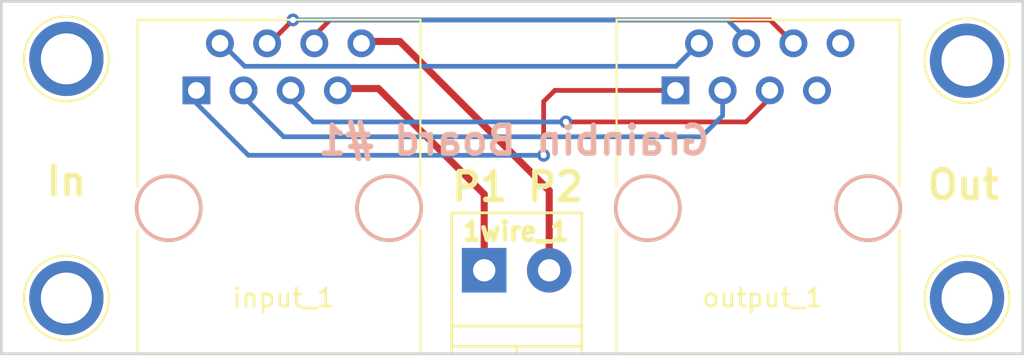
<source format=kicad_pcb>
(kicad_pcb (version 4) (host pcbnew 4.0.7)

  (general
    (links 8)
    (no_connects 0)
    (area 100.924999 75.924999 156.075001 95.075001)
    (thickness 1.6002)
    (drawings 8)
    (tracks 39)
    (zones 0)
    (modules 7)
    (nets 11)
  )

  (page A4)
  (layers
    (0 Top signal)
    (31 Bottom signal)
    (34 B.Paste user)
    (35 F.Paste user)
    (36 B.SilkS user)
    (37 F.SilkS user)
    (38 B.Mask user)
    (39 F.Mask user)
    (44 Edge.Cuts user)
  )

  (setup
    (last_trace_width 0.1524)
    (user_trace_width 0.1524)
    (user_trace_width 0.254)
    (user_trace_width 0.381)
    (user_trace_width 0.508)
    (user_trace_width 0.8128)
    (trace_clearance 0.1524)
    (zone_clearance 0.508)
    (zone_45_only no)
    (trace_min 0.1524)
    (segment_width 0.2)
    (edge_width 0.15)
    (via_size 0.6858)
    (via_drill 0.3302)
    (via_min_size 0.6858)
    (via_min_drill 0.3302)
    (user_via 0.6858 0.3302)
    (user_via 0.6858 0.4)
    (user_via 1.905 0.3302)
    (uvia_size 0.762)
    (uvia_drill 0.508)
    (uvias_allowed no)
    (uvia_min_size 0)
    (uvia_min_drill 0)
    (pcb_text_width 0.3)
    (pcb_text_size 1.5 1.5)
    (mod_edge_width 0.15)
    (mod_text_size 1 1)
    (mod_text_width 0.15)
    (pad_size 4 4)
    (pad_drill 2.75)
    (pad_to_mask_clearance 0.2)
    (aux_axis_origin 0 0)
    (visible_elements 7FFFFFFF)
    (pcbplotparams
      (layerselection 0x00030_80000001)
      (usegerberextensions false)
      (excludeedgelayer true)
      (linewidth 0.100000)
      (plotframeref false)
      (viasonmask false)
      (mode 1)
      (useauxorigin false)
      (hpglpennumber 1)
      (hpglpenspeed 20)
      (hpglpendiameter 15)
      (hpglpenoverlay 2)
      (psnegative false)
      (psa4output false)
      (plotreference true)
      (plotvalue true)
      (plotinvisibletext false)
      (padsonsilk false)
      (subtractmaskfromsilk false)
      (outputformat 1)
      (mirror false)
      (drillshape 1)
      (scaleselection 1)
      (outputdirectory ""))
  )

  (net 0 "")
  (net 1 /pin_8)
  (net 2 /pin_7)
  (net 3 /pin_1)
  (net 4 /pin_2)
  (net 5 /pin_3)
  (net 6 /pin_4)
  (net 7 /pin_5)
  (net 8 /pin_6)
  (net 9 "Net-(output_1-Pad7)")
  (net 10 "Net-(output_1-Pad8)")

  (net_class Default "This is the default net class."
    (clearance 0.1524)
    (trace_width 0.1524)
    (via_dia 0.6858)
    (via_drill 0.3302)
    (uvia_dia 0.762)
    (uvia_drill 0.508)
    (add_net /pin_1)
    (add_net /pin_2)
    (add_net /pin_3)
    (add_net /pin_4)
    (add_net /pin_5)
    (add_net /pin_6)
    (add_net /pin_7)
    (add_net /pin_8)
    (add_net "Net-(output_1-Pad7)")
    (add_net "Net-(output_1-Pad8)")
  )

  (module Connectors:1pin (layer Top) (tedit 5A1BAC92) (tstamp 59F96DC6)
    (at 104.5 79.1)
    (descr "module 1 pin (ou trou mecanique de percage)")
    (tags DEV)
    (fp_text reference REF** (at 0 -3.048) (layer F.SilkS) hide
      (effects (font (size 1 1) (thickness 0.15)))
    )
    (fp_text value 1pin (at 0 3) (layer F.Fab)
      (effects (font (size 1 1) (thickness 0.15)))
    )
    (fp_circle (center 0 0) (end 2 0.8) (layer F.Fab) (width 0.1))
    (fp_circle (center 0 0) (end 2.6 0) (layer F.CrtYd) (width 0.05))
    (fp_circle (center 0 0) (end 0 -2.286) (layer F.SilkS) (width 0.12))
    (pad "" np_thru_hole circle (at 0 0) (size 4 4) (drill 2.75) (layers *.Cu *.Mask))
  )

  (module Connectors:1pin (layer Top) (tedit 5A1BAC9A) (tstamp 59F96DAE)
    (at 104.5 92)
    (descr "module 1 pin (ou trou mecanique de percage)")
    (tags DEV)
    (fp_text reference REF** (at 0 -3.048) (layer F.SilkS) hide
      (effects (font (size 1 1) (thickness 0.15)))
    )
    (fp_text value 1pin (at 0 3) (layer F.Fab)
      (effects (font (size 1 1) (thickness 0.15)))
    )
    (fp_circle (center 0 0) (end 2 0.8) (layer F.Fab) (width 0.1))
    (fp_circle (center 0 0) (end 2.6 0) (layer F.CrtYd) (width 0.05))
    (fp_circle (center 0 0) (end 0 -2.286) (layer F.SilkS) (width 0.12))
    (pad "" np_thru_hole circle (at 0 0) (size 4 4) (drill 2.75) (layers *.Cu *.Mask))
  )

  (module Connectors:1pin (layer Top) (tedit 5A1BACAC) (tstamp 59F96C63)
    (at 153 92)
    (descr "module 1 pin (ou trou mecanique de percage)")
    (tags DEV)
    (fp_text reference REF** (at 0 -3.048) (layer F.SilkS) hide
      (effects (font (size 1 1) (thickness 0.15)))
    )
    (fp_text value 1pin (at 0 3) (layer F.Fab)
      (effects (font (size 1 1) (thickness 0.15)))
    )
    (fp_circle (center 0 0) (end 2 0.8) (layer F.Fab) (width 0.1))
    (fp_circle (center 0 0) (end 2.6 0) (layer F.CrtYd) (width 0.05))
    (fp_circle (center 0 0) (end 0 -2.286) (layer F.SilkS) (width 0.12))
    (pad "" np_thru_hole circle (at 0 0) (size 4 4) (drill 2.75) (layers *.Cu *.Mask))
  )

  (module Connectors:RJ45_8 (layer Top) (tedit 0) (tstamp 59F93422)
    (at 111.5 80.8)
    (tags RJ45)
    (path /59F7D4DB)
    (fp_text reference input_1 (at 4.7 11.18) (layer F.SilkS)
      (effects (font (size 1 1) (thickness 0.15)))
    )
    (fp_text value RJ45 (at 4.59 6.25) (layer F.Fab)
      (effects (font (size 1 1) (thickness 0.15)))
    )
    (fp_line (start -3.17 14.22) (end 12.07 14.22) (layer F.SilkS) (width 0.12))
    (fp_line (start 12.07 -3.81) (end 12.06 5.18) (layer F.SilkS) (width 0.12))
    (fp_line (start 12.07 -3.81) (end -3.17 -3.81) (layer F.SilkS) (width 0.12))
    (fp_line (start -3.17 -3.81) (end -3.17 5.19) (layer F.SilkS) (width 0.12))
    (fp_line (start 12.06 7.52) (end 12.07 14.22) (layer F.SilkS) (width 0.12))
    (fp_line (start -3.17 7.51) (end -3.17 14.22) (layer F.SilkS) (width 0.12))
    (fp_line (start -3.56 -4.06) (end 12.46 -4.06) (layer F.CrtYd) (width 0.05))
    (fp_line (start -3.56 -4.06) (end -3.56 14.47) (layer F.CrtYd) (width 0.05))
    (fp_line (start 12.46 14.47) (end 12.46 -4.06) (layer F.CrtYd) (width 0.05))
    (fp_line (start 12.46 14.47) (end -3.56 14.47) (layer F.CrtYd) (width 0.05))
    (pad Hole np_thru_hole circle (at 10.38 6.35) (size 3.65 3.65) (drill 3.25) (layers *.Cu *.SilkS *.Mask))
    (pad Hole np_thru_hole circle (at -1.49 6.35) (size 3.65 3.65) (drill 3.25) (layers *.Cu *.SilkS *.Mask))
    (pad 1 thru_hole rect (at 0 0) (size 1.5 1.5) (drill 0.9) (layers *.Cu *.Mask)
      (net 3 /pin_1))
    (pad 2 thru_hole circle (at 1.27 -2.54) (size 1.5 1.5) (drill 0.9) (layers *.Cu *.Mask)
      (net 4 /pin_2))
    (pad 3 thru_hole circle (at 2.54 0) (size 1.5 1.5) (drill 0.9) (layers *.Cu *.Mask)
      (net 5 /pin_3))
    (pad 4 thru_hole circle (at 3.81 -2.54) (size 1.5 1.5) (drill 0.9) (layers *.Cu *.Mask)
      (net 6 /pin_4))
    (pad 5 thru_hole circle (at 5.08 0) (size 1.5 1.5) (drill 0.9) (layers *.Cu *.Mask)
      (net 7 /pin_5))
    (pad 6 thru_hole circle (at 6.35 -2.54) (size 1.5 1.5) (drill 0.9) (layers *.Cu *.Mask)
      (net 8 /pin_6))
    (pad 7 thru_hole circle (at 7.62 0) (size 1.5 1.5) (drill 0.9) (layers *.Cu *.Mask)
      (net 2 /pin_7))
    (pad 8 thru_hole circle (at 8.89 -2.54) (size 1.5 1.5) (drill 0.9) (layers *.Cu *.Mask)
      (net 1 /pin_8))
    (model ${KISYS3DMOD}/Connectors.3dshapes/RJ45_8.wrl
      (at (xyz 0.18 -0.25 0))
      (scale (xyz 0.4 0.4 0.4))
      (rotate (xyz 0 0 0))
    )
  )

  (module Connectors:RJ45_8 (layer Top) (tedit 0) (tstamp 59F9344F)
    (at 137.3 80.8)
    (tags RJ45)
    (path /59F7D67C)
    (fp_text reference output_1 (at 4.7 11.18) (layer F.SilkS)
      (effects (font (size 1 1) (thickness 0.15)))
    )
    (fp_text value RJ45 (at 4.59 6.25) (layer F.Fab)
      (effects (font (size 1 1) (thickness 0.15)))
    )
    (fp_line (start -3.17 14.22) (end 12.07 14.22) (layer F.SilkS) (width 0.12))
    (fp_line (start 12.07 -3.81) (end 12.06 5.18) (layer F.SilkS) (width 0.12))
    (fp_line (start 12.07 -3.81) (end -3.17 -3.81) (layer F.SilkS) (width 0.12))
    (fp_line (start -3.17 -3.81) (end -3.17 5.19) (layer F.SilkS) (width 0.12))
    (fp_line (start 12.06 7.52) (end 12.07 14.22) (layer F.SilkS) (width 0.12))
    (fp_line (start -3.17 7.51) (end -3.17 14.22) (layer F.SilkS) (width 0.12))
    (fp_line (start -3.56 -4.06) (end 12.46 -4.06) (layer F.CrtYd) (width 0.05))
    (fp_line (start -3.56 -4.06) (end -3.56 14.47) (layer F.CrtYd) (width 0.05))
    (fp_line (start 12.46 14.47) (end 12.46 -4.06) (layer F.CrtYd) (width 0.05))
    (fp_line (start 12.46 14.47) (end -3.56 14.47) (layer F.CrtYd) (width 0.05))
    (pad Hole np_thru_hole circle (at 10.38 6.35) (size 3.65 3.65) (drill 3.25) (layers *.Cu *.SilkS *.Mask))
    (pad Hole np_thru_hole circle (at -1.49 6.35) (size 3.65 3.65) (drill 3.25) (layers *.Cu *.SilkS *.Mask))
    (pad 1 thru_hole rect (at 0 0) (size 1.5 1.5) (drill 0.9) (layers *.Cu *.Mask)
      (net 3 /pin_1))
    (pad 2 thru_hole circle (at 1.27 -2.54) (size 1.5 1.5) (drill 0.9) (layers *.Cu *.Mask)
      (net 4 /pin_2))
    (pad 3 thru_hole circle (at 2.54 0) (size 1.5 1.5) (drill 0.9) (layers *.Cu *.Mask)
      (net 5 /pin_3))
    (pad 4 thru_hole circle (at 3.81 -2.54) (size 1.5 1.5) (drill 0.9) (layers *.Cu *.Mask)
      (net 6 /pin_4))
    (pad 5 thru_hole circle (at 5.08 0) (size 1.5 1.5) (drill 0.9) (layers *.Cu *.Mask)
      (net 7 /pin_5))
    (pad 6 thru_hole circle (at 6.35 -2.54) (size 1.5 1.5) (drill 0.9) (layers *.Cu *.Mask)
      (net 8 /pin_6))
    (pad 7 thru_hole circle (at 7.62 0) (size 1.5 1.5) (drill 0.9) (layers *.Cu *.Mask)
      (net 9 "Net-(output_1-Pad7)"))
    (pad 8 thru_hole circle (at 8.89 -2.54) (size 1.5 1.5) (drill 0.9) (layers *.Cu *.Mask)
      (net 10 "Net-(output_1-Pad8)"))
    (model ${KISYS3DMOD}/Connectors.3dshapes/RJ45_8.wrl
      (at (xyz 0.18 -0.25 0))
      (scale (xyz 0.4 0.4 0.4))
      (rotate (xyz 0 0 0))
    )
  )

  (module Connectors:1pin (layer Top) (tedit 5A1BACA5) (tstamp 59F96ABF)
    (at 153 79.2)
    (descr "module 1 pin (ou trou mecanique de percage)")
    (tags DEV)
    (fp_text reference REF** (at 0 -3.048) (layer F.SilkS) hide
      (effects (font (size 1 1) (thickness 0.15)))
    )
    (fp_text value 1pin (at 0 3) (layer F.Fab)
      (effects (font (size 1 1) (thickness 0.15)))
    )
    (fp_circle (center 0 0) (end 2 0.8) (layer F.Fab) (width 0.1))
    (fp_circle (center 0 0) (end 2.6 0) (layer F.CrtYd) (width 0.05))
    (fp_circle (center 0 0) (end 0 -2.286) (layer F.SilkS) (width 0.12))
    (pad "" np_thru_hole circle (at 0 0) (size 4 4) (drill 2.75) (layers *.Cu *.Mask))
  )

  (module TerminalBlocks_Phoenix:TerminalBlock_Phoenix_PT-3.5mm_2pol (layer Top) (tedit 5A1BACCD) (tstamp 5A190D89)
    (at 127 90.5)
    (descr "2-way 3.5mm pitch terminal block, Phoenix PT series")
    (path /59F920CA)
    (fp_text reference 1wire_1 (at 1.7 -2.1) (layer F.SilkS)
      (effects (font (size 1 1) (thickness 0.25)))
    )
    (fp_text value Screw_Terminal_01x02 (at 1.75 6) (layer F.Fab)
      (effects (font (size 1 1) (thickness 0.15)))
    )
    (fp_text user %R (at 1.75 0) (layer F.Fab)
      (effects (font (size 1 1) (thickness 0.15)))
    )
    (fp_line (start -1.9 -3.3) (end 5.4 -3.3) (layer F.CrtYd) (width 0.05))
    (fp_line (start -1.9 4.7) (end -1.9 -3.3) (layer F.CrtYd) (width 0.05))
    (fp_line (start 5.4 4.7) (end -1.9 4.7) (layer F.CrtYd) (width 0.05))
    (fp_line (start 5.4 -3.3) (end 5.4 4.7) (layer F.CrtYd) (width 0.05))
    (fp_line (start 1.75 4.1) (end 1.75 4.5) (layer F.SilkS) (width 0.15))
    (fp_line (start -1.75 3) (end 5.25 3) (layer F.SilkS) (width 0.15))
    (fp_line (start -1.75 4.1) (end 5.25 4.1) (layer F.SilkS) (width 0.15))
    (fp_line (start -1.75 -3.1) (end -1.75 4.5) (layer F.SilkS) (width 0.15))
    (fp_line (start 5.25 4.5) (end 5.25 -3.1) (layer F.SilkS) (width 0.15))
    (fp_line (start 5.25 -3.1) (end -1.75 -3.1) (layer F.SilkS) (width 0.15))
    (pad 2 thru_hole circle (at 3.5 0) (size 2.4 2.4) (drill 1.2) (layers *.Cu *.Mask)
      (net 1 /pin_8))
    (pad 1 thru_hole rect (at 0 0) (size 2.4 2.4) (drill 1.2) (layers *.Cu *.Mask)
      (net 2 /pin_7))
    (model ${KISYS3DMOD}/TerminalBlock_Phoenix.3dshapes/TerminalBlock_Phoenix_PT-3.5mm_2pol.wrl
      (at (xyz 0 0 0))
      (scale (xyz 1 1 1))
      (rotate (xyz 0 0 0))
    )
  )

  (gr_text "P1 P2" (at 128.8 86) (layer F.SilkS)
    (effects (font (size 1.5 1.5) (thickness 0.3)))
  )
  (gr_text "Grainbin Board #1" (at 128.6 83.5) (layer B.SilkS)
    (effects (font (size 1.5 1.5) (thickness 0.3)) (justify mirror))
  )
  (gr_text "Out\n" (at 152.8 85.9) (layer F.SilkS)
    (effects (font (size 1.5 1.5) (thickness 0.3)))
  )
  (gr_text In (at 104.5 85.7) (layer F.SilkS)
    (effects (font (size 1.5 1.5) (thickness 0.3)))
  )
  (gr_line (start 101 76) (end 101 95) (angle 90) (layer Edge.Cuts) (width 0.15))
  (gr_line (start 101 76) (end 156 76) (angle 90) (layer Edge.Cuts) (width 0.15))
  (gr_line (start 156 76) (end 156 95) (angle 90) (layer Edge.Cuts) (width 0.15) (tstamp 59F93B0F))
  (gr_line (start 156 95) (end 101 95) (angle 90) (layer Edge.Cuts) (width 0.15))

  (segment (start 120.39 78.16) (end 122.46 78.16) (width 0.381) (layer Top) (net 1))
  (segment (start 130.5 86.2) (end 130.5 90.5) (width 0.381) (layer Top) (net 1) (tstamp 5A191AA9))
  (segment (start 122.46 78.16) (end 130.5 86.2) (width 0.381) (layer Top) (net 1) (tstamp 5A191AA1))
  (segment (start 119.12 80.7) (end 121.3 80.7) (width 0.381) (layer Top) (net 2))
  (segment (start 127 86.4) (end 127 90.5) (width 0.381) (layer Top) (net 2) (tstamp 5A191ABB))
  (segment (start 121.3 80.7) (end 127 86.4) (width 0.381) (layer Top) (net 2) (tstamp 5A191AB1))
  (segment (start 111.5 80.8) (end 111.5 81.5) (width 0.254) (layer Bottom) (net 3))
  (segment (start 111.5 81.5) (end 114.3 84.3) (width 0.254) (layer Bottom) (net 3) (tstamp 5A191FCD))
  (segment (start 114.3 84.3) (end 130.2 84.3) (width 0.254) (layer Bottom) (net 3) (tstamp 5A191FD2))
  (via (at 130.2 84.3) (size 0.6858) (drill 0.3302) (layers Top Bottom) (net 3))
  (segment (start 130.2 84.3) (end 130.2 81.4) (width 0.254) (layer Top) (net 3) (tstamp 5A191FF0))
  (segment (start 130.2 81.4) (end 130.8 80.8) (width 0.254) (layer Top) (net 3) (tstamp 5A191FF1))
  (segment (start 130.8 80.8) (end 137.3 80.8) (width 0.254) (layer Top) (net 3) (tstamp 5A191FF7))
  (segment (start 112.77 78.26) (end 112.86 78.26) (width 0.254) (layer Bottom) (net 4))
  (segment (start 112.86 78.26) (end 114.1 79.5) (width 0.254) (layer Bottom) (net 4) (tstamp 5A191F33))
  (segment (start 114.1 79.5) (end 137.33 79.5) (width 0.254) (layer Bottom) (net 4) (tstamp 5A191F43))
  (segment (start 137.33 79.5) (end 138.57 78.26) (width 0.254) (layer Bottom) (net 4) (tstamp 5A191F59))
  (segment (start 114.04 80.8) (end 114.04 81.14) (width 0.254) (layer Bottom) (net 5))
  (segment (start 114.04 81.14) (end 116.2 83.3) (width 0.254) (layer Bottom) (net 5) (tstamp 5A191FAF))
  (segment (start 116.2 83.3) (end 138.7 83.3) (width 0.254) (layer Bottom) (net 5) (tstamp 5A191FB5))
  (segment (start 138.7 83.3) (end 139.84 82.16) (width 0.254) (layer Bottom) (net 5) (tstamp 5A191FBF))
  (segment (start 139.84 82.16) (end 139.84 80.8) (width 0.254) (layer Bottom) (net 5) (tstamp 5A191FC7))
  (segment (start 115.31 78.26) (end 115.44 78.26) (width 0.254) (layer Top) (net 6))
  (segment (start 115.44 78.26) (end 116.7 77) (width 0.254) (layer Top) (net 6) (tstamp 5A191EEF))
  (via (at 116.7 77) (size 0.6858) (drill 0.3302) (layers Top Bottom) (net 6))
  (segment (start 116.7 77) (end 140.1 77) (width 0.254) (layer Bottom) (net 6) (tstamp 5A191EF4))
  (segment (start 140.1 77) (end 141.11 78.01) (width 0.254) (layer Bottom) (net 6) (tstamp 5A191EF5))
  (segment (start 141.11 78.01) (end 141.11 78.26) (width 0.254) (layer Bottom) (net 6) (tstamp 5A191EF9))
  (segment (start 116.58 80.8) (end 116.58 81.28) (width 0.254) (layer Bottom) (net 7))
  (segment (start 116.58 81.28) (end 117.8 82.5) (width 0.254) (layer Bottom) (net 7) (tstamp 5A191F67))
  (segment (start 117.8 82.5) (end 131.4 82.5) (width 0.254) (layer Bottom) (net 7) (tstamp 5A191F87))
  (via (at 131.4 82.5) (size 0.6858) (drill 0.3302) (layers Top Bottom) (net 7))
  (segment (start 131.4 82.5) (end 141.1 82.5) (width 0.254) (layer Top) (net 7) (tstamp 5A191F9B))
  (segment (start 141.1 82.5) (end 142.38 81.22) (width 0.254) (layer Top) (net 7) (tstamp 5A191F9C))
  (segment (start 142.38 81.22) (end 142.38 80.8) (width 0.254) (layer Top) (net 7) (tstamp 5A191FA2))
  (segment (start 117.85 78.16) (end 117.85 77.85) (width 0.254) (layer Top) (net 8))
  (segment (start 117.85 77.85) (end 118.7 77) (width 0.254) (layer Top) (net 8) (tstamp 5A191E6C))
  (segment (start 118.7 77) (end 142.39 77) (width 0.254) (layer Top) (net 8) (tstamp 5A191E72))
  (segment (start 142.39 77) (end 143.65 78.26) (width 0.254) (layer Top) (net 8) (tstamp 5A191E7B))

)

</source>
